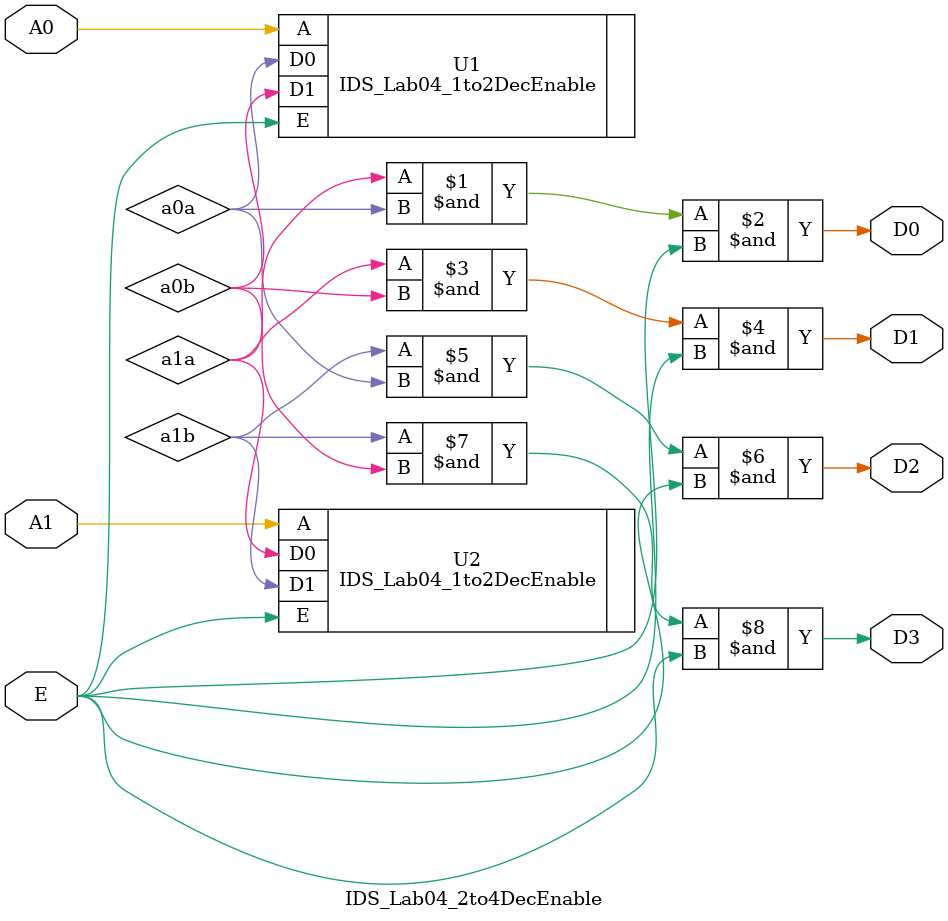
<source format=v>
`timescale 1ns / 1ps
module IDS_Lab04_2to4DecEnable(
    input A0,
    input A1,
    input E,
    output D0,
    output D1,
    output D2,
    output D3
    );

wire a0a, a0b, a1a, a1b;

IDS_Lab04_1to2DecEnable U1
(
	.A(A0),
	.E(E),
	.D0(a0a),
	.D1(a0b)
);

IDS_Lab04_1to2DecEnable U2
(
	.A(A1),
	.E(E),
	.D0(a1a),
	.D1(a1b)
);

and
	g0(D0, a1a, a0a, E),
	g1(D1, a1a, a0b, E),
	g2(D2, a1b, a0a, E),
	g3(D3, a1b, a0b, E);

endmodule

</source>
